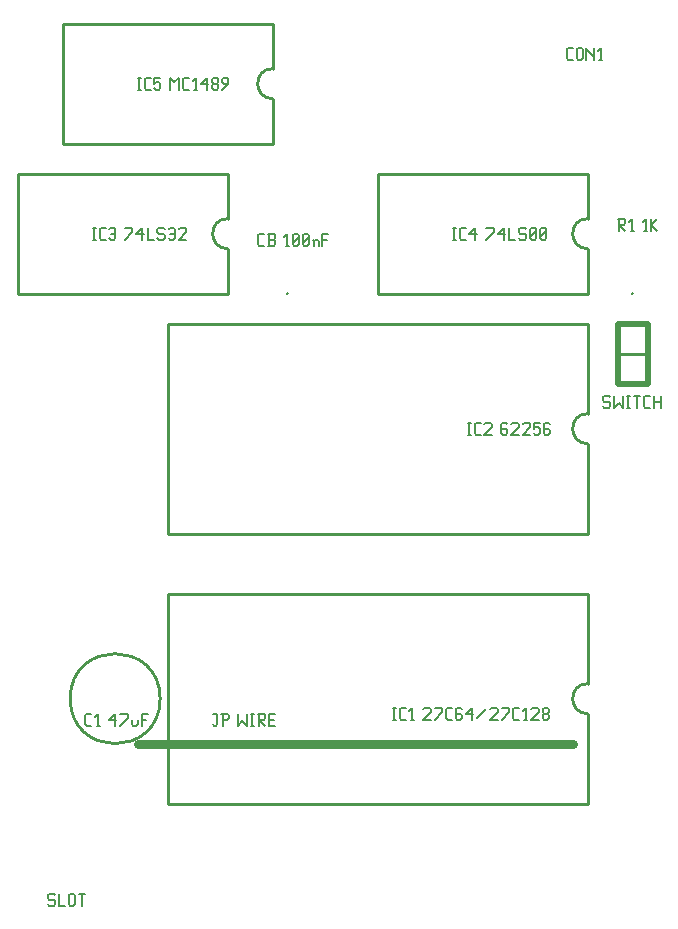
<source format=gto>
G04 Title: (unknown), silkscreen, component side *
G04 Creator: pcb 1.7.1.ALPHA *
G04 CreationDate: Thu Aug 22 10:44:03 2002 UTC *
G04 For: sgust *
G04 Format: Gerber/RS-274X *
G04 PCB-Dimensions: 2700 4200 *
G04 PCB-Coordinate-Origin: lower left *
%FSLAX23Y23*%
%MOIN*%
%IPPOS*%
%LPD*%
%ADD11C,0.010*%
%ADD12C,0.020*%
%ADD13C,0.100*%
%ADD14C,0.040*%
%ADD15R,0.060X0.060*%
%ADD16R,0.110X0.110*%
%ADD17C,0.060*%
%ADD18C,0.110*%
%ADD19C,0.008*%
%ADD20R,0.090X0.090*%
%ADD21C,0.090*%
%ADD22C,0.250*%
%ADD23C,0.150*%
%ADD24R,0.070X0.070*%
%ADD25R,0.100X0.100*%
%ADD26C,0.070*%
%ADD27C,0.130*%
%ADD28C,0.030*%
%ADD29C,0.012*%
%ADD30C,0.016*%
G01X0Y0D02*
G54D11*X2300Y2450D02*X2200D01*
X2300Y2350D02*Y2450D01*
G54D12*X2200Y2550D02*Y2350D01*
X2300Y2550D02*X2200D01*
X2300Y2350D02*Y2550D01*
X2200Y2350D02*X2300D01*
G04 Text: SWITCH *
G54D19*X2170Y2310D02*X2175Y2305D01*
X2155Y2310D02*X2170D01*
X2150Y2305D02*X2155Y2310D01*
X2150Y2305D02*Y2295D01*
D02*X2155Y2290D01*
D02*X2170D01*
D02*X2175Y2285D01*
D02*Y2275D01*
X2170Y2270D02*X2175Y2275D01*
X2155Y2270D02*X2170D01*
X2150Y2275D02*X2155Y2270D01*
X2188Y2310D02*Y2270D01*
D02*X2203Y2285D01*
D02*X2218Y2270D01*
Y2310D02*Y2270D01*
X2231Y2310D02*X2241D01*
X2236D02*Y2270D01*
X2231D02*X2241D01*
X2254Y2310D02*X2274D01*
X2264D02*Y2270D01*
X2292D02*X2307D01*
X2287Y2275D02*X2292Y2270D01*
X2287Y2305D02*Y2275D01*
Y2305D02*X2292Y2310D01*
D02*X2307D01*
X2320D02*Y2270D01*
X2345Y2310D02*Y2270D01*
X2320Y2290D02*X2345D01*
G54D11*X2249Y2650D02*G75G03I1J100X2249Y2650D01*G01*
G04 Text: R1 1K *
G54D19*X2200Y2900D02*X2220D01*
D02*X2225Y2895D01*
D02*Y2885D01*
X2220Y2880D02*X2225Y2885D01*
X2205Y2880D02*X2220D01*
X2205Y2900D02*Y2860D01*
Y2880D02*X2225Y2860D01*
X2243D02*X2253D01*
X2248Y2900D02*Y2860D01*
X2238Y2890D02*X2248Y2900D01*
X2289Y2860D02*X2299D01*
X2294Y2900D02*Y2860D01*
X2284Y2890D02*X2294Y2900D01*
X2312D02*Y2860D01*
Y2880D02*X2332Y2900D01*
X2312Y2880D02*X2332Y2860D01*
G54D11*X1099Y2650D02*G75G03I1J200X1099Y2650D01*G01*
G04 Text: CB 100nF *
G54D19*X1005Y2810D02*X1020D01*
X1000Y2815D02*X1005Y2810D01*
X1000Y2845D02*Y2815D01*
Y2845D02*X1005Y2850D01*
D02*X1020D01*
X1033Y2810D02*X1053D01*
D02*X1058Y2815D01*
Y2825D02*Y2815D01*
X1053Y2830D02*X1058Y2825D01*
X1038Y2830D02*X1053D01*
X1038Y2850D02*Y2810D01*
X1033Y2850D02*X1053D01*
D02*X1058Y2845D01*
D02*Y2835D01*
X1053Y2830D02*X1058Y2835D01*
X1094Y2810D02*X1104D01*
X1099Y2850D02*Y2810D01*
X1089Y2840D02*X1099Y2850D01*
X1117Y2815D02*X1122Y2810D01*
X1117Y2845D02*Y2815D01*
Y2845D02*X1122Y2850D01*
D02*X1132D01*
D02*X1137Y2845D01*
D02*Y2815D01*
X1132Y2810D02*X1137Y2815D01*
X1122Y2810D02*X1132D01*
X1117Y2820D02*X1137Y2840D01*
X1150Y2815D02*X1155Y2810D01*
X1150Y2845D02*Y2815D01*
Y2845D02*X1155Y2850D01*
D02*X1165D01*
D02*X1170Y2845D01*
D02*Y2815D01*
X1165Y2810D02*X1170Y2815D01*
X1155Y2810D02*X1165D01*
X1150Y2820D02*X1170Y2840D01*
X1188Y2825D02*Y2810D01*
Y2825D02*X1193Y2830D01*
D02*X1198D01*
D02*X1203Y2825D01*
D02*Y2810D01*
X1183Y2830D02*X1188Y2825D01*
X1216Y2850D02*Y2810D01*
Y2850D02*X1236D01*
X1216Y2830D02*X1231D01*
G54D11*X1050Y3550D02*X350D01*
D02*Y3150D01*
D02*X1050D01*
Y3550D02*Y3400D01*
Y3300D02*Y3150D01*
Y3400D02*G75G03I0J-50X1049Y3300D01*G01*
G04 Text: IC5 MC1489 *
G54D19*X600Y3370D02*X610D01*
X605D02*Y3330D01*
X600D02*X610D01*
X628D02*X643D01*
X623Y3335D02*X628Y3330D01*
X623Y3365D02*Y3335D01*
Y3365D02*X628Y3370D01*
D02*X643D01*
X656D02*X676D01*
X656D02*Y3350D01*
D02*X661Y3355D01*
D02*X671D01*
D02*X676Y3350D01*
D02*Y3335D01*
X671Y3330D02*X676Y3335D01*
X661Y3330D02*X671D01*
X656Y3335D02*X661Y3330D01*
X707Y3370D02*Y3330D01*
Y3370D02*X722Y3355D01*
D02*X737Y3370D01*
D02*Y3330D01*
X755D02*X770D01*
X750Y3335D02*X755Y3330D01*
X750Y3365D02*Y3335D01*
Y3365D02*X755Y3370D01*
D02*X770D01*
X788Y3330D02*X798D01*
X793Y3370D02*Y3330D01*
X783Y3360D02*X793Y3370D01*
X811Y3350D02*X831Y3370D01*
X811Y3350D02*X836D01*
X831Y3370D02*Y3330D01*
X849Y3335D02*X854Y3330D01*
X849Y3345D02*Y3335D01*
Y3345D02*X854Y3350D01*
D02*X864D01*
D02*X869Y3345D01*
D02*Y3335D01*
X864Y3330D02*X869Y3335D01*
X854Y3330D02*X864D01*
X849Y3355D02*X854Y3350D01*
X849Y3365D02*Y3355D01*
Y3365D02*X854Y3370D01*
D02*X864D01*
D02*X869Y3365D01*
D02*Y3355D01*
X864Y3350D02*X869Y3355D01*
X882Y3330D02*X902Y3350D01*
Y3365D02*Y3350D01*
X897Y3370D02*X902Y3365D01*
X887Y3370D02*X897D01*
X882Y3365D02*X887Y3370D01*
X882Y3365D02*Y3355D01*
D02*X887Y3350D01*
D02*X902D01*
G54D11*X2100Y2150D02*Y1850D01*
Y2550D02*Y2250D01*
X700Y1850D02*X2100D01*
X700Y2550D02*Y1850D01*
X2100Y2550D02*X700D01*
X2100Y2250D02*G75G03I0J-50X2099Y2150D01*G01*
G04 Text: IC2 62256 *
G54D19*X1700Y2220D02*X1710D01*
X1705D02*Y2180D01*
X1700D02*X1710D01*
X1728D02*X1743D01*
X1723Y2185D02*X1728Y2180D01*
X1723Y2215D02*Y2185D01*
Y2215D02*X1728Y2220D01*
D02*X1743D01*
X1756Y2215D02*X1761Y2220D01*
D02*X1776D01*
D02*X1781Y2215D01*
D02*Y2205D01*
X1756Y2180D02*X1781Y2205D01*
X1756Y2180D02*X1781D01*
X1827Y2220D02*X1832Y2215D01*
X1817Y2220D02*X1827D01*
X1812Y2215D02*X1817Y2220D01*
X1812Y2215D02*Y2185D01*
D02*X1817Y2180D01*
X1827Y2200D02*X1832Y2195D01*
X1812Y2200D02*X1827D01*
X1817Y2180D02*X1827D01*
D02*X1832Y2185D01*
Y2195D02*Y2185D01*
X1845Y2215D02*X1850Y2220D01*
D02*X1865D01*
D02*X1870Y2215D01*
D02*Y2205D01*
X1845Y2180D02*X1870Y2205D01*
X1845Y2180D02*X1870D01*
X1883Y2215D02*X1888Y2220D01*
D02*X1903D01*
D02*X1908Y2215D01*
D02*Y2205D01*
X1883Y2180D02*X1908Y2205D01*
X1883Y2180D02*X1908D01*
X1921Y2220D02*X1941D01*
X1921D02*Y2200D01*
D02*X1926Y2205D01*
D02*X1936D01*
D02*X1941Y2200D01*
D02*Y2185D01*
X1936Y2180D02*X1941Y2185D01*
X1926Y2180D02*X1936D01*
X1921Y2185D02*X1926Y2180D01*
X1969Y2220D02*X1974Y2215D01*
X1959Y2220D02*X1969D01*
X1954Y2215D02*X1959Y2220D01*
X1954Y2215D02*Y2185D01*
D02*X1959Y2180D01*
X1969Y2200D02*X1974Y2195D01*
X1954Y2200D02*X1969D01*
X1959Y2180D02*X1969D01*
D02*X1974Y2185D01*
Y2195D02*Y2185D01*
G54D11*X2100Y2800D02*Y2650D01*
Y3050D02*Y2900D01*
X1400Y2650D02*X2100D01*
X1400Y3050D02*Y2650D01*
X2100Y3050D02*X1400D01*
X2100Y2900D02*G75G03I0J-50X2099Y2800D01*G01*
G04 Text: IC4 74LS00 *
G54D19*X1650Y2870D02*X1660D01*
X1655D02*Y2830D01*
X1650D02*X1660D01*
X1678D02*X1693D01*
X1673Y2835D02*X1678Y2830D01*
X1673Y2865D02*Y2835D01*
Y2865D02*X1678Y2870D01*
D02*X1693D01*
X1706Y2850D02*X1726Y2870D01*
X1706Y2850D02*X1731D01*
X1726Y2870D02*Y2830D01*
X1762D02*X1787Y2855D01*
Y2870D02*Y2855D01*
X1762Y2870D02*X1787D01*
X1800Y2850D02*X1820Y2870D01*
X1800Y2850D02*X1825D01*
X1820Y2870D02*Y2830D01*
X1838Y2870D02*Y2830D01*
D02*X1858D01*
X1891Y2870D02*X1896Y2865D01*
X1876Y2870D02*X1891D01*
X1871Y2865D02*X1876Y2870D01*
X1871Y2865D02*Y2855D01*
D02*X1876Y2850D01*
D02*X1891D01*
D02*X1896Y2845D01*
D02*Y2835D01*
X1891Y2830D02*X1896Y2835D01*
X1876Y2830D02*X1891D01*
X1871Y2835D02*X1876Y2830D01*
X1909Y2835D02*X1914Y2830D01*
X1909Y2865D02*Y2835D01*
Y2865D02*X1914Y2870D01*
D02*X1924D01*
D02*X1929Y2865D01*
D02*Y2835D01*
X1924Y2830D02*X1929Y2835D01*
X1914Y2830D02*X1924D01*
X1909Y2840D02*X1929Y2860D01*
X1942Y2835D02*X1947Y2830D01*
X1942Y2865D02*Y2835D01*
Y2865D02*X1947Y2870D01*
D02*X1957D01*
D02*X1962Y2865D01*
D02*Y2835D01*
X1957Y2830D02*X1962Y2835D01*
X1947Y2830D02*X1957D01*
X1942Y2840D02*X1962Y2860D01*
G54D11*X900Y2800D02*Y2650D01*
Y3050D02*Y2900D01*
X200Y2650D02*X900D01*
X200Y3050D02*Y2650D01*
X900Y3050D02*X200D01*
X900Y2900D02*G75G03I0J-50X899Y2800D01*G01*
G04 Text: IC3 74LS32 *
G54D19*X450Y2870D02*X460D01*
X455D02*Y2830D01*
X450D02*X460D01*
X478D02*X493D01*
X473Y2835D02*X478Y2830D01*
X473Y2865D02*Y2835D01*
Y2865D02*X478Y2870D01*
D02*X493D01*
X506Y2865D02*X511Y2870D01*
D02*X521D01*
D02*X526Y2865D01*
D02*Y2835D01*
X521Y2830D02*X526Y2835D01*
X511Y2830D02*X521D01*
X506Y2835D02*X511Y2830D01*
Y2850D02*X526D01*
X557Y2830D02*X582Y2855D01*
Y2870D02*Y2855D01*
X557Y2870D02*X582D01*
X595Y2850D02*X615Y2870D01*
X595Y2850D02*X620D01*
X615Y2870D02*Y2830D01*
X633Y2870D02*Y2830D01*
D02*X653D01*
X686Y2870D02*X691Y2865D01*
X671Y2870D02*X686D01*
X666Y2865D02*X671Y2870D01*
X666Y2865D02*Y2855D01*
D02*X671Y2850D01*
D02*X686D01*
D02*X691Y2845D01*
D02*Y2835D01*
X686Y2830D02*X691Y2835D01*
X671Y2830D02*X686D01*
X666Y2835D02*X671Y2830D01*
X704Y2865D02*X709Y2870D01*
D02*X719D01*
D02*X724Y2865D01*
D02*Y2835D01*
X719Y2830D02*X724Y2835D01*
X709Y2830D02*X719D01*
X704Y2835D02*X709Y2830D01*
Y2850D02*X724D01*
X737Y2865D02*X742Y2870D01*
D02*X757D01*
D02*X762Y2865D01*
D02*Y2855D01*
X737Y2830D02*X762Y2855D01*
X737Y2830D02*X762D01*
G54D11*X375Y1300D02*G75G03I150J0X375Y1301D01*G01*
G04 Text: C1 47uF *
G54D19*X430Y1210D02*X445D01*
X425Y1215D02*X430Y1210D01*
X425Y1245D02*Y1215D01*
Y1245D02*X430Y1250D01*
D02*X445D01*
X463Y1210D02*X473D01*
X468Y1250D02*Y1210D01*
X458Y1240D02*X468Y1250D01*
X504Y1230D02*X524Y1250D01*
X504Y1230D02*X529D01*
X524Y1250D02*Y1210D01*
X542D02*X567Y1235D01*
Y1250D02*Y1235D01*
X542Y1250D02*X567D01*
X580Y1230D02*Y1215D01*
D02*X585Y1210D01*
D02*X595D01*
D02*X600Y1215D01*
Y1230D02*Y1215D01*
X613Y1250D02*Y1210D01*
Y1250D02*X633D01*
X613Y1230D02*X628D01*
G54D11*X2100Y1650D02*X700D01*
D02*Y950D01*
D02*X2100D01*
Y1650D02*Y1350D01*
Y1250D02*Y950D01*
Y1350D02*G75G03I0J-50X2099Y1250D01*G01*
G04 Text: IC1 27C64/27C128 *
G54D19*X1450Y1270D02*X1460D01*
X1455D02*Y1230D01*
X1450D02*X1460D01*
X1478D02*X1493D01*
X1473Y1235D02*X1478Y1230D01*
X1473Y1265D02*Y1235D01*
Y1265D02*X1478Y1270D01*
D02*X1493D01*
X1511Y1230D02*X1521D01*
X1516Y1270D02*Y1230D01*
X1506Y1260D02*X1516Y1270D01*
X1552Y1265D02*X1557Y1270D01*
D02*X1572D01*
D02*X1577Y1265D01*
D02*Y1255D01*
X1552Y1230D02*X1577Y1255D01*
X1552Y1230D02*X1577D01*
X1590D02*X1615Y1255D01*
Y1270D02*Y1255D01*
X1590Y1270D02*X1615D01*
X1633Y1230D02*X1648D01*
X1628Y1235D02*X1633Y1230D01*
X1628Y1265D02*Y1235D01*
Y1265D02*X1633Y1270D01*
D02*X1648D01*
X1676D02*X1681Y1265D01*
X1666Y1270D02*X1676D01*
X1661Y1265D02*X1666Y1270D01*
X1661Y1265D02*Y1235D01*
D02*X1666Y1230D01*
X1676Y1250D02*X1681Y1245D01*
X1661Y1250D02*X1676D01*
X1666Y1230D02*X1676D01*
D02*X1681Y1235D01*
Y1245D02*Y1235D01*
X1694Y1250D02*X1714Y1270D01*
X1694Y1250D02*X1719D01*
X1714Y1270D02*Y1230D01*
X1732Y1235D02*X1762Y1265D01*
X1775D02*X1780Y1270D01*
D02*X1795D01*
D02*X1800Y1265D01*
D02*Y1255D01*
X1775Y1230D02*X1800Y1255D01*
X1775Y1230D02*X1800D01*
X1813D02*X1838Y1255D01*
Y1270D02*Y1255D01*
X1813Y1270D02*X1838D01*
X1856Y1230D02*X1871D01*
X1851Y1235D02*X1856Y1230D01*
X1851Y1265D02*Y1235D01*
Y1265D02*X1856Y1270D01*
D02*X1871D01*
X1889Y1230D02*X1899D01*
X1894Y1270D02*Y1230D01*
X1884Y1260D02*X1894Y1270D01*
X1912Y1265D02*X1917Y1270D01*
D02*X1932D01*
D02*X1937Y1265D01*
D02*Y1255D01*
X1912Y1230D02*X1937Y1255D01*
X1912Y1230D02*X1937D01*
X1950Y1235D02*X1955Y1230D01*
X1950Y1245D02*Y1235D01*
Y1245D02*X1955Y1250D01*
D02*X1965D01*
D02*X1970Y1245D01*
D02*Y1235D01*
X1965Y1230D02*X1970Y1235D01*
X1955Y1230D02*X1965D01*
X1950Y1255D02*X1955Y1250D01*
X1950Y1265D02*Y1255D01*
Y1265D02*X1955Y1270D01*
D02*X1965D01*
D02*X1970Y1265D01*
D02*Y1255D01*
X1965Y1250D02*X1970Y1255D01*
G04 Text: CON1 *
X2035Y3430D02*X2050D01*
X2030Y3435D02*X2035Y3430D01*
X2030Y3465D02*Y3435D01*
Y3465D02*X2035Y3470D01*
D02*X2050D01*
X2063Y3465D02*Y3435D01*
Y3465D02*X2068Y3470D01*
D02*X2078D01*
D02*X2083Y3465D01*
D02*Y3435D01*
X2078Y3430D02*X2083Y3435D01*
X2068Y3430D02*X2078D01*
X2063Y3435D02*X2068Y3430D01*
X2096Y3470D02*Y3430D01*
Y3470D02*Y3465D01*
D02*X2121Y3440D01*
Y3470D02*Y3430D01*
X2139D02*X2149D01*
X2144Y3470D02*Y3430D01*
X2134Y3460D02*X2144Y3470D01*
G04 Text: SLOT *
X320Y650D02*X325Y645D01*
X305Y650D02*X320D01*
X300Y645D02*X305Y650D01*
X300Y645D02*Y635D01*
D02*X305Y630D01*
D02*X320D01*
D02*X325Y625D01*
D02*Y615D01*
X320Y610D02*X325Y615D01*
X305Y610D02*X320D01*
X300Y615D02*X305Y610D01*
X338Y650D02*Y610D01*
D02*X358D01*
X371Y645D02*Y615D01*
Y645D02*X376Y650D01*
D02*X386D01*
D02*X391Y645D01*
D02*Y615D01*
X386Y610D02*X391Y615D01*
X376Y610D02*X386D01*
X371Y615D02*X376Y610D01*
X404Y650D02*X424D01*
X414D02*Y610D01*
G54D28*X600Y1150D02*X2050D01*
G04 Text: JP WIRE *
G54D19*X850Y1250D02*X865D01*
D02*Y1215D01*
X860Y1210D02*X865Y1215D01*
X855Y1210D02*X860D01*
X850Y1215D02*X855Y1210D01*
X883Y1250D02*Y1210D01*
X878Y1250D02*X898D01*
D02*X903Y1245D01*
D02*Y1235D01*
X898Y1230D02*X903Y1235D01*
X883Y1230D02*X898D01*
X934Y1250D02*Y1210D01*
D02*X949Y1225D01*
D02*X964Y1210D01*
Y1250D02*Y1210D01*
X977Y1250D02*X987D01*
X982D02*Y1210D01*
X977D02*X987D01*
X1000Y1250D02*X1020D01*
D02*X1025Y1245D01*
D02*Y1235D01*
X1020Y1230D02*X1025Y1235D01*
X1005Y1230D02*X1020D01*
X1005Y1250D02*Y1210D01*
Y1230D02*X1025Y1210D01*
X1038Y1230D02*X1053D01*
X1038Y1210D02*X1058D01*
X1038Y1250D02*Y1210D01*
Y1250D02*X1058D01*
D02*
M02*

</source>
